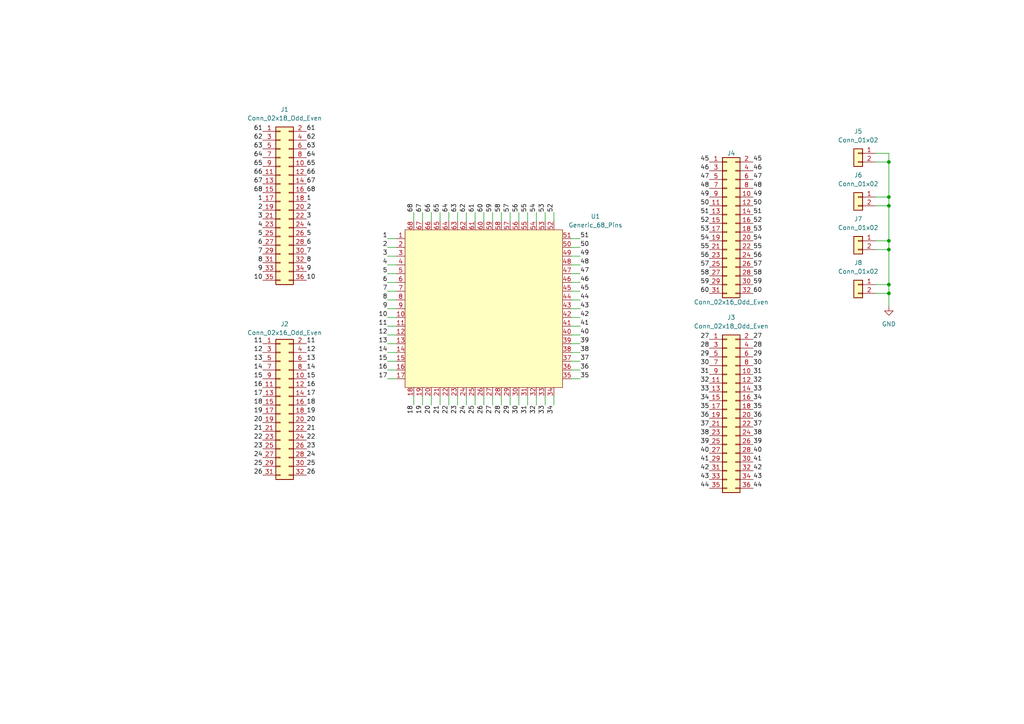
<source format=kicad_sch>
(kicad_sch (version 20230121) (generator eeschema)
  (paper "A4")
  (lib_symbols
    (symbol "Connector_Generic:Conn_01x02" (pin_names (offset 1.016) hide)
      (property "Reference" "J" (at 0 2.54 0))
      (property "Value" "Conn_01x02" (at 0 -5.08 0))
      (symbol "Conn_01x02_1_1"
        (rectangle (start -1.27 -2.413) (end 0 -2.667) (stroke (width 0.1524)))
        (rectangle (start -1.27 0.127) (end 0 -0.127) (stroke (width 0.1524)))
        (rectangle (start -1.27 1.27) (end 1.27 -3.81) (stroke (width 0.254)) (fill (type background)))
        (pin passive line (at -5.08 0 0) (length 3.81) (name "Pin_1") (number "1"))
        (pin passive line (at -5.08 -2.54 0) (length 3.81) (name "Pin_2") (number "2"))
      )
    )
    (symbol "Connector_Generic:Conn_02x16_Odd_Even" (pin_names (offset 1.016) hide)
      (property "Reference" "J" (at 1.27 20.32 0))
      (property "Value" "Conn_02x16_Odd_Even" (at 1.27 -22.86 0))
      (symbol "Conn_02x16_Odd_Even_1_1"
        (rectangle (start -1.27 -20.193) (end 0 -20.447) (stroke (width 0.1524)))
        (rectangle (start -1.27 -17.653) (end 0 -17.907) (stroke (width 0.1524)))
        (rectangle (start -1.27 -15.113) (end 0 -15.367) (stroke (width 0.1524)))
        (rectangle (start -1.27 -12.573) (end 0 -12.827) (stroke (width 0.1524)))
        (rectangle (start -1.27 -10.033) (end 0 -10.287) (stroke (width 0.1524)))
        (rectangle (start -1.27 -7.493) (end 0 -7.747) (stroke (width 0.1524)))
        (rectangle (start -1.27 -4.953) (end 0 -5.207) (stroke (width 0.1524)))
        (rectangle (start -1.27 -2.413) (end 0 -2.667) (stroke (width 0.1524)))
        (rectangle (start -1.27 0.127) (end 0 -0.127) (stroke (width 0.1524)))
        (rectangle (start -1.27 2.667) (end 0 2.413) (stroke (width 0.1524)))
        (rectangle (start -1.27 5.207) (end 0 4.953) (stroke (width 0.1524)))
        (rectangle (start -1.27 7.747) (end 0 7.493) (stroke (width 0.1524)))
        (rectangle (start -1.27 10.287) (end 0 10.033) (stroke (width 0.1524)))
        (rectangle (start -1.27 12.827) (end 0 12.573) (stroke (width 0.1524)))
        (rectangle (start -1.27 15.367) (end 0 15.113) (stroke (width 0.1524)))
        (rectangle (start -1.27 17.907) (end 0 17.653) (stroke (width 0.1524)))
        (rectangle (start -1.27 19.05) (end 3.81 -21.59) (stroke (width 0.254)) (fill (type background)))
        (rectangle (start 3.81 -20.193) (end 2.54 -20.447) (stroke (width 0.1524)))
        (rectangle (start 3.81 -17.653) (end 2.54 -17.907) (stroke (width 0.1524)))
        (rectangle (start 3.81 -15.113) (end 2.54 -15.367) (stroke (width 0.1524)))
        (rectangle (start 3.81 -12.573) (end 2.54 -12.827) (stroke (width 0.1524)))
        (rectangle (start 3.81 -10.033) (end 2.54 -10.287) (stroke (width 0.1524)))
        (rectangle (start 3.81 -7.493) (end 2.54 -7.747) (stroke (width 0.1524)))
        (rectangle (start 3.81 -4.953) (end 2.54 -5.207) (stroke (width 0.1524)))
        (rectangle (start 3.81 -2.413) (end 2.54 -2.667) (stroke (width 0.1524)))
        (rectangle (start 3.81 0.127) (end 2.54 -0.127) (stroke (width 0.1524)))
        (rectangle (start 3.81 2.667) (end 2.54 2.413) (stroke (width 0.1524)))
        (rectangle (start 3.81 5.207) (end 2.54 4.953) (stroke (width 0.1524)))
        (rectangle (start 3.81 7.747) (end 2.54 7.493) (stroke (width 0.1524)))
        (rectangle (start 3.81 10.287) (end 2.54 10.033) (stroke (width 0.1524)))
        (rectangle (start 3.81 12.827) (end 2.54 12.573) (stroke (width 0.1524)))
        (rectangle (start 3.81 15.367) (end 2.54 15.113) (stroke (width 0.1524)))
        (rectangle (start 3.81 17.907) (end 2.54 17.653) (stroke (width 0.1524)))
        (pin passive line (at -5.08 17.78 0) (length 3.81) (name "Pin_1") (number "1"))
        (pin passive line (at 7.62 7.62 180) (length 3.81) (name "Pin_10") (number "10"))
        (pin passive line (at -5.08 5.08 0) (length 3.81) (name "Pin_11") (number "11"))
        (pin passive line (at 7.62 5.08 180) (length 3.81) (name "Pin_12") (number "12"))
        (pin passive line (at -5.08 2.54 0) (length 3.81) (name "Pin_13") (number "13"))
        (pin passive line (at 7.62 2.54 180) (length 3.81) (name "Pin_14") (number "14"))
        (pin passive line (at -5.08 0 0) (length 3.81) (name "Pin_15") (number "15"))
        (pin passive line (at 7.62 0 180) (length 3.81) (name "Pin_16") (number "16"))
        (pin passive line (at -5.08 -2.54 0) (length 3.81) (name "Pin_17") (number "17"))
        (pin passive line (at 7.62 -2.54 180) (length 3.81) (name "Pin_18") (number "18"))
        (pin passive line (at -5.08 -5.08 0) (length 3.81) (name "Pin_19") (number "19"))
        (pin passive line (at 7.62 17.78 180) (length 3.81) (name "Pin_2") (number "2"))
        (pin passive line (at 7.62 -5.08 180) (length 3.81) (name "Pin_20") (number "20"))
        (pin passive line (at -5.08 -7.62 0) (length 3.81) (name "Pin_21") (number "21"))
        (pin passive line (at 7.62 -7.62 180) (length 3.81) (name "Pin_22") (number "22"))
        (pin passive line (at -5.08 -10.16 0) (length 3.81) (name "Pin_23") (number "23"))
        (pin passive line (at 7.62 -10.16 180) (length 3.81) (name "Pin_24") (number "24"))
        (pin passive line (at -5.08 -12.7 0) (length 3.81) (name "Pin_25") (number "25"))
        (pin passive line (at 7.62 -12.7 180) (length 3.81) (name "Pin_26") (number "26"))
        (pin passive line (at -5.08 -15.24 0) (length 3.81) (name "Pin_27") (number "27"))
        (pin passive line (at 7.62 -15.24 180) (length 3.81) (name "Pin_28") (number "28"))
        (pin passive line (at -5.08 -17.78 0) (length 3.81) (name "Pin_29") (number "29"))
        (pin passive line (at -5.08 15.24 0) (length 3.81) (name "Pin_3") (number "3"))
        (pin passive line (at 7.62 -17.78 180) (length 3.81) (name "Pin_30") (number "30"))
        (pin passive line (at -5.08 -20.32 0) (length 3.81) (name "Pin_31") (number "31"))
        (pin passive line (at 7.62 -20.32 180) (length 3.81) (name "Pin_32") (number "32"))
        (pin passive line (at 7.62 15.24 180) (length 3.81) (name "Pin_4") (number "4"))
        (pin passive line (at -5.08 12.7 0) (length 3.81) (name "Pin_5") (number "5"))
        (pin passive line (at 7.62 12.7 180) (length 3.81) (name "Pin_6") (number "6"))
        (pin passive line (at -5.08 10.16 0) (length 3.81) (name "Pin_7") (number "7"))
        (pin passive line (at 7.62 10.16 180) (length 3.81) (name "Pin_8") (number "8"))
        (pin passive line (at -5.08 7.62 0) (length 3.81) (name "Pin_9") (number "9"))
      )
    )
    (symbol "Connector_Generic:Conn_02x18_Odd_Even" (pin_names (offset 1.016) hide)
      (property "Reference" "J" (at 1.27 22.86 0))
      (property "Value" "Conn_02x18_Odd_Even" (at 1.27 -25.4 0))
      (symbol "Conn_02x18_Odd_Even_1_1"
        (rectangle (start -1.27 -22.733) (end 0 -22.987) (stroke (width 0.1524)))
        (rectangle (start -1.27 -20.193) (end 0 -20.447) (stroke (width 0.1524)))
        (rectangle (start -1.27 -17.653) (end 0 -17.907) (stroke (width 0.1524)))
        (rectangle (start -1.27 -15.113) (end 0 -15.367) (stroke (width 0.1524)))
        (rectangle (start -1.27 -12.573) (end 0 -12.827) (stroke (width 0.1524)))
        (rectangle (start -1.27 -10.033) (end 0 -10.287) (stroke (width 0.1524)))
        (rectangle (start -1.27 -7.493) (end 0 -7.747) (stroke (width 0.1524)))
        (rectangle (start -1.27 -4.953) (end 0 -5.207) (stroke (width 0.1524)))
        (rectangle (start -1.27 -2.413) (end 0 -2.667) (stroke (width 0.1524)))
        (rectangle (start -1.27 0.127) (end 0 -0.127) (stroke (width 0.1524)))
        (rectangle (start -1.27 2.667) (end 0 2.413) (stroke (width 0.1524)))
        (rectangle (start -1.27 5.207) (end 0 4.953) (stroke (width 0.1524)))
        (rectangle (start -1.27 7.747) (end 0 7.493) (stroke (width 0.1524)))
        (rectangle (start -1.27 10.287) (end 0 10.033) (stroke (width 0.1524)))
        (rectangle (start -1.27 12.827) (end 0 12.573) (stroke (width 0.1524)))
        (rectangle (start -1.27 15.367) (end 0 15.113) (stroke (width 0.1524)))
        (rectangle (start -1.27 17.907) (end 0 17.653) (stroke (width 0.1524)))
        (rectangle (start -1.27 20.447) (end 0 20.193) (stroke (width 0.1524)))
        (rectangle (start -1.27 21.59) (end 3.81 -24.13) (stroke (width 0.254)) (fill (type background)))
        (rectangle (start 3.81 -22.733) (end 2.54 -22.987) (stroke (width 0.1524)))
        (rectangle (start 3.81 -20.193) (end 2.54 -20.447) (stroke (width 0.1524)))
        (rectangle (start 3.81 -17.653) (end 2.54 -17.907) (stroke (width 0.1524)))
        (rectangle (start 3.81 -15.113) (end 2.54 -15.367) (stroke (width 0.1524)))
        (rectangle (start 3.81 -12.573) (end 2.54 -12.827) (stroke (width 0.1524)))
        (rectangle (start 3.81 -10.033) (end 2.54 -10.287) (stroke (width 0.1524)))
        (rectangle (start 3.81 -7.493) (end 2.54 -7.747) (stroke (width 0.1524)))
        (rectangle (start 3.81 -4.953) (end 2.54 -5.207) (stroke (width 0.1524)))
        (rectangle (start 3.81 -2.413) (end 2.54 -2.667) (stroke (width 0.1524)))
        (rectangle (start 3.81 0.127) (end 2.54 -0.127) (stroke (width 0.1524)))
        (rectangle (start 3.81 2.667) (end 2.54 2.413) (stroke (width 0.1524)))
        (rectangle (start 3.81 5.207) (end 2.54 4.953) (stroke (width 0.1524)))
        (rectangle (start 3.81 7.747) (end 2.54 7.493) (stroke (width 0.1524)))
        (rectangle (start 3.81 10.287) (end 2.54 10.033) (stroke (width 0.1524)))
        (rectangle (start 3.81 12.827) (end 2.54 12.573) (stroke (width 0.1524)))
        (rectangle (start 3.81 15.367) (end 2.54 15.113) (stroke (width 0.1524)))
        (rectangle (start 3.81 17.907) (end 2.54 17.653) (stroke (width 0.1524)))
        (rectangle (start 3.81 20.447) (end 2.54 20.193) (stroke (width 0.1524)))
        (pin passive line (at -5.08 20.32 0) (length 3.81) (name "Pin_1") (number "1"))
        (pin passive line (at 7.62 10.16 180) (length 3.81) (name "Pin_10") (number "10"))
        (pin passive line (at -5.08 7.62 0) (length 3.81) (name "Pin_11") (number "11"))
        (pin passive line (at 7.62 7.62 180) (length 3.81) (name "Pin_12") (number "12"))
        (pin passive line (at -5.08 5.08 0) (length 3.81) (name "Pin_13") (number "13"))
        (pin passive line (at 7.62 5.08 180) (length 3.81) (name "Pin_14") (number "14"))
        (pin passive line (at -5.08 2.54 0) (length 3.81) (name "Pin_15") (number "15"))
        (pin passive line (at 7.62 2.54 180) (length 3.81) (name "Pin_16") (number "16"))
        (pin passive line (at -5.08 0 0) (length 3.81) (name "Pin_17") (number "17"))
        (pin passive line (at 7.62 0 180) (length 3.81) (name "Pin_18") (number "18"))
        (pin passive line (at -5.08 -2.54 0) (length 3.81) (name "Pin_19") (number "19"))
        (pin passive line (at 7.62 20.32 180) (length 3.81) (name "Pin_2") (number "2"))
        (pin passive line (at 7.62 -2.54 180) (length 3.81) (name "Pin_20") (number "20"))
        (pin passive line (at -5.08 -5.08 0) (length 3.81) (name "Pin_21") (number "21"))
        (pin passive line (at 7.62 -5.08 180) (length 3.81) (name "Pin_22") (number "22"))
        (pin passive line (at -5.08 -7.62 0) (length 3.81) (name "Pin_23") (number "23"))
        (pin passive line (at 7.62 -7.62 180) (length 3.81) (name "Pin_24") (number "24"))
        (pin passive line (at -5.08 -10.16 0) (length 3.81) (name "Pin_25") (number "25"))
        (pin passive line (at 7.62 -10.16 180) (length 3.81) (name "Pin_26") (number "26"))
        (pin passive line (at -5.08 -12.7 0) (length 3.81) (name "Pin_27") (number "27"))
        (pin passive line (at 7.62 -12.7 180) (length 3.81) (name "Pin_28") (number "28"))
        (pin passive line (at -5.08 -15.24 0) (length 3.81) (name "Pin_29") (number "29"))
        (pin passive line (at -5.08 17.78 0) (length 3.81) (name "Pin_3") (number "3"))
        (pin passive line (at 7.62 -15.24 180) (length 3.81) (name "Pin_30") (number "30"))
        (pin passive line (at -5.08 -17.78 0) (length 3.81) (name "Pin_31") (number "31"))
        (pin passive line (at 7.62 -17.78 180) (length 3.81) (name "Pin_32") (number "32"))
        (pin passive line (at -5.08 -20.32 0) (length 3.81) (name "Pin_33") (number "33"))
        (pin passive line (at 7.62 -20.32 180) (length 3.81) (name "Pin_34") (number "34"))
        (pin passive line (at -5.08 -22.86 0) (length 3.81) (name "Pin_35") (number "35"))
        (pin passive line (at 7.62 -22.86 180) (length 3.81) (name "Pin_36") (number "36"))
        (pin passive line (at 7.62 17.78 180) (length 3.81) (name "Pin_4") (number "4"))
        (pin passive line (at -5.08 15.24 0) (length 3.81) (name "Pin_5") (number "5"))
        (pin passive line (at 7.62 15.24 180) (length 3.81) (name "Pin_6") (number "6"))
        (pin passive line (at -5.08 12.7 0) (length 3.81) (name "Pin_7") (number "7"))
        (pin passive line (at 7.62 12.7 180) (length 3.81) (name "Pin_8") (number "8"))
        (pin passive line (at -5.08 10.16 0) (length 3.81) (name "Pin_9") (number "9"))
      )
    )
    (symbol "MyLibrary2023:Generic_68_Pins" (pin_names hide)
      (property "Reference" "U" (at -3.81 -6.35 0))
      (property "Value" "Generic_68_Pins" (at -2.54 -2.54 0))
      (symbol "Generic_68_Pins_1_1"
        (rectangle (start -25.4 15.24) (end 20.32 -30.48) (fill (type background)))
        (pin bidirectional line (at -27.94 12.7 0) (length 2.54) (name "1") (number "1"))
        (pin bidirectional line (at -27.94 -10.16 0) (length 2.54) (name "10") (number "10"))
        (pin bidirectional line (at -27.94 -12.7 0) (length 2.54) (name "11") (number "11"))
        (pin bidirectional line (at -27.94 -15.24 0) (length 2.54) (name "12") (number "12"))
        (pin bidirectional line (at -27.94 -17.78 0) (length 2.54) (name "13") (number "13"))
        (pin bidirectional line (at -27.94 -20.32 0) (length 2.54) (name "14") (number "14"))
        (pin bidirectional line (at -27.94 -22.86 0) (length 2.54) (name "15") (number "15"))
        (pin bidirectional line (at -27.94 -25.4 0) (length 2.54) (name "16") (number "16"))
        (pin bidirectional line (at -27.94 -27.94 0) (length 2.54) (name "17") (number "17"))
        (pin bidirectional line (at -22.86 -33.02 90) (length 2.54) (name "18") (number "18"))
        (pin bidirectional line (at -20.32 -33.02 90) (length 2.54) (name "19") (number "19"))
        (pin bidirectional line (at -27.94 10.16 0) (length 2.54) (name "2") (number "2"))
        (pin bidirectional line (at -17.78 -33.02 90) (length 2.54) (name "20") (number "20"))
        (pin bidirectional line (at -15.24 -33.02 90) (length 2.54) (name "21") (number "21"))
        (pin bidirectional line (at -12.7 -33.02 90) (length 2.54) (name "22") (number "22"))
        (pin bidirectional line (at -10.16 -33.02 90) (length 2.54) (name "23") (number "23"))
        (pin bidirectional line (at -7.62 -33.02 90) (length 2.54) (name "24") (number "24"))
        (pin bidirectional line (at -5.08 -33.02 90) (length 2.54) (name "25") (number "25"))
        (pin bidirectional line (at -2.54 -33.02 90) (length 2.54) (name "26") (number "26"))
        (pin bidirectional line (at 0 -33.02 90) (length 2.54) (name "27") (number "27"))
        (pin bidirectional line (at 2.54 -33.02 90) (length 2.54) (name "28") (number "28"))
        (pin bidirectional line (at 5.08 -33.02 90) (length 2.54) (name "29") (number "29"))
        (pin bidirectional line (at -27.94 7.62 0) (length 2.54) (name "3") (number "3"))
        (pin bidirectional line (at 7.62 -33.02 90) (length 2.54) (name "30") (number "30"))
        (pin bidirectional line (at 10.16 -33.02 90) (length 2.54) (name "31") (number "31"))
        (pin bidirectional line (at 12.7 -33.02 90) (length 2.54) (name "32") (number "32"))
        (pin bidirectional line (at 15.24 -33.02 90) (length 2.54) (name "33") (number "33"))
        (pin bidirectional line (at 17.78 -33.02 90) (length 2.54) (name "34") (number "34"))
        (pin bidirectional line (at 22.86 -27.94 180) (length 2.54) (name "35") (number "35"))
        (pin bidirectional line (at 22.86 -25.4 180) (length 2.54) (name "36") (number "36"))
        (pin bidirectional line (at 22.86 -22.86 180) (length 2.54) (name "37") (number "37"))
        (pin bidirectional line (at 22.86 -20.32 180) (length 2.54) (name "38") (number "38"))
        (pin bidirectional line (at 22.86 -17.78 180) (length 2.54) (name "39") (number "39"))
        (pin bidirectional line (at -27.94 5.08 0) (length 2.54) (name "4") (number "4"))
        (pin bidirectional line (at 22.86 -15.24 180) (length 2.54) (name "40") (number "40"))
        (pin bidirectional line (at 22.86 -12.7 180) (length 2.54) (name "41") (number "41"))
        (pin bidirectional line (at 22.86 -10.16 180) (length 2.54) (name "42") (number "42"))
        (pin bidirectional line (at 22.86 -7.62 180) (length 2.54) (name "43") (number "43"))
        (pin bidirectional line (at 22.86 -5.08 180) (length 2.54) (name "44") (number "44"))
        (pin bidirectional line (at 22.86 -2.54 180) (length 2.54) (name "45") (number "45"))
        (pin bidirectional line (at 22.86 0 180) (length 2.54) (name "46") (number "46"))
        (pin bidirectional line (at 22.86 2.54 180) (length 2.54) (name "47") (number "47"))
        (pin bidirectional line (at 22.86 5.08 180) (length 2.54) (name "48") (number "48"))
        (pin bidirectional line (at 22.86 7.62 180) (length 2.54) (name "49") (number "49"))
        (pin bidirectional line (at -27.94 2.54 0) (length 2.54) (name "5") (number "5"))
        (pin bidirectional line (at 22.86 10.16 180) (length 2.54) (name "50") (number "50"))
        (pin bidirectional line (at 22.86 12.7 180) (length 2.54) (name "51") (number "51"))
        (pin bidirectional line (at 17.78 17.78 270) (length 2.54) (name "52") (number "52"))
        (pin bidirectional line (at 15.24 17.78 270) (length 2.54) (name "53") (number "53"))
        (pin bidirectional line (at 12.7 17.78 270) (length 2.54) (name "54") (number "54"))
        (pin bidirectional line (at 10.16 17.78 270) (length 2.54) (name "55") (number "55"))
        (pin bidirectional line (at 7.62 17.78 270) (length 2.54) (name "56") (number "56"))
        (pin bidirectional line (at 5.08 17.78 270) (length 2.54) (name "57") (number "57"))
        (pin bidirectional line (at 2.54 17.78 270) (length 2.54) (name "58") (number "58"))
        (pin bidirectional line (at 0 17.78 270) (length 2.54) (name "59") (number "59"))
        (pin bidirectional line (at -27.94 0 0) (length 2.54) (name "6") (number "6"))
        (pin bidirectional line (at -2.54 17.78 270) (length 2.54) (name "60") (number "60"))
        (pin bidirectional line (at -5.08 17.78 270) (length 2.54) (name "61") (number "61"))
        (pin bidirectional line (at -7.62 17.78 270) (length 2.54) (name "62") (number "62"))
        (pin bidirectional line (at -10.16 17.78 270) (length 2.54) (name "63") (number "63"))
        (pin bidirectional line (at -12.7 17.78 270) (length 2.54) (name "64") (number "64"))
        (pin bidirectional line (at -15.24 17.78 270) (length 2.54) (name "65") (number "65"))
        (pin bidirectional line (at -17.78 17.78 270) (length 2.54) (name "66") (number "66"))
        (pin bidirectional line (at -20.32 17.78 270) (length 2.54) (name "67") (number "67"))
        (pin bidirectional line (at -22.86 17.78 270) (length 2.54) (name "68") (number "68"))
        (pin bidirectional line (at -27.94 -2.54 0) (length 2.54) (name "7") (number "7"))
        (pin bidirectional line (at -27.94 -5.08 0) (length 2.54) (name "8") (number "8"))
        (pin bidirectional line (at -27.94 -7.62 0) (length 2.54) (name "9") (number "9"))
      )
    )
    (symbol "power:GND" (power) (pin_names (offset 0))
      (property "Value" "GND" (at 0 -3.81 0))
      (symbol "GND_0_1"
        (polyline (pts (xy 0 0) (xy 0 -1.27) (xy 1.27 -1.27) (xy 0 -2.54) (xy -1.27 -1.27) (xy 0 -1.27)))
      )
      (symbol "GND_1_1"
        (pin power_in line (at 0 0 270) (length 0) hide (name "GND") (number "1"))
      )
    )
  )
  (junction (at 257.81 59.69))
  (junction (at 257.81 69.85))
  (junction (at 257.81 46.99))
  (junction (at 257.81 85.09))
  (junction (at 257.81 57.15))
  (junction (at 257.81 72.39))
  (junction (at 257.81 82.55))
  (wire (pts (xy 165.735 104.775) (xy 168.275 104.775)))
  (wire (pts (xy 165.735 102.235) (xy 168.275 102.235)))
  (wire (pts (xy 112.395 104.775) (xy 114.935 104.775)))
  (wire (pts (xy 257.81 72.39) (xy 257.81 82.55)))
  (wire (pts (xy 165.735 89.535) (xy 168.275 89.535)))
  (wire (pts (xy 125.095 64.135) (xy 125.095 61.595)))
  (wire (pts (xy 135.255 117.475) (xy 135.255 114.935)))
  (wire (pts (xy 150.495 117.475) (xy 150.495 114.935)))
  (wire (pts (xy 112.395 97.155) (xy 114.935 97.155)))
  (wire (pts (xy 158.115 114.935) (xy 158.115 117.475)))
  (wire (pts (xy 112.395 99.695) (xy 114.935 99.695)))
  (wire (pts (xy 122.555 64.135) (xy 122.555 61.595)))
  (wire (pts (xy 165.735 107.315) (xy 168.275 107.315)))
  (wire (pts (xy 130.175 117.475) (xy 130.175 114.935)))
  (wire (pts (xy 254 57.15) (xy 257.81 57.15)))
  (wire (pts (xy 165.735 97.155) (xy 168.275 97.155)))
  (wire (pts (xy 127.635 117.475) (xy 127.635 114.935)))
  (wire (pts (xy 112.395 86.995) (xy 114.935 86.995)))
  (wire (pts (xy 122.555 117.475) (xy 122.555 114.935)))
  (wire (pts (xy 165.735 71.755) (xy 168.275 71.755)))
  (wire (pts (xy 257.81 69.85) (xy 257.81 72.39)))
  (wire (pts (xy 254 44.45) (xy 257.81 44.45)))
  (wire (pts (xy 153.035 64.135) (xy 153.035 61.595)))
  (wire (pts (xy 135.255 64.135) (xy 135.255 61.595)))
  (wire (pts (xy 153.035 114.935) (xy 153.035 117.475)))
  (wire (pts (xy 112.395 92.075) (xy 114.935 92.075)))
  (wire (pts (xy 112.395 76.835) (xy 114.935 76.835)))
  (wire (pts (xy 147.955 64.135) (xy 147.955 61.595)))
  (wire (pts (xy 257.81 44.45) (xy 257.81 46.99)))
  (wire (pts (xy 145.415 64.135) (xy 145.415 61.595)))
  (wire (pts (xy 160.655 64.135) (xy 160.655 61.595)))
  (wire (pts (xy 112.395 102.235) (xy 114.935 102.235)))
  (wire (pts (xy 158.115 64.135) (xy 158.115 61.595)))
  (wire (pts (xy 254 46.99) (xy 257.81 46.99)))
  (wire (pts (xy 112.395 79.375) (xy 114.935 79.375)))
  (wire (pts (xy 254 72.39) (xy 257.81 72.39)))
  (wire (pts (xy 145.415 117.475) (xy 145.415 114.935)))
  (wire (pts (xy 257.81 59.69) (xy 257.81 69.85)))
  (wire (pts (xy 165.735 74.295) (xy 168.275 74.295)))
  (wire (pts (xy 112.395 107.315) (xy 114.935 107.315)))
  (wire (pts (xy 132.715 64.135) (xy 132.715 61.595)))
  (wire (pts (xy 132.715 117.475) (xy 132.715 114.935)))
  (wire (pts (xy 127.635 64.135) (xy 127.635 61.595)))
  (wire (pts (xy 120.015 117.475) (xy 120.015 114.935)))
  (wire (pts (xy 254 59.69) (xy 257.81 59.69)))
  (wire (pts (xy 112.395 109.855) (xy 114.935 109.855)))
  (wire (pts (xy 254 82.55) (xy 257.81 82.55)))
  (wire (pts (xy 257.81 82.55) (xy 257.81 85.09)))
  (wire (pts (xy 112.395 69.215) (xy 114.935 69.215)))
  (wire (pts (xy 165.735 94.615) (xy 168.275 94.615)))
  (wire (pts (xy 165.735 86.995) (xy 168.275 86.995)))
  (wire (pts (xy 112.395 94.615) (xy 114.935 94.615)))
  (wire (pts (xy 142.875 64.135) (xy 142.875 61.595)))
  (wire (pts (xy 140.335 117.475) (xy 140.335 114.935)))
  (wire (pts (xy 257.81 46.99) (xy 257.81 57.15)))
  (wire (pts (xy 112.395 81.915) (xy 114.935 81.915)))
  (wire (pts (xy 137.795 117.475) (xy 137.795 114.935)))
  (wire (pts (xy 140.335 64.135) (xy 140.335 61.595)))
  (wire (pts (xy 112.395 89.535) (xy 114.935 89.535)))
  (wire (pts (xy 155.575 114.935) (xy 155.575 117.475)))
  (wire (pts (xy 257.81 85.09) (xy 257.81 88.9)))
  (wire (pts (xy 130.175 64.135) (xy 130.175 61.595)))
  (wire (pts (xy 112.395 71.755) (xy 114.935 71.755)))
  (wire (pts (xy 165.735 109.855) (xy 168.275 109.855)))
  (wire (pts (xy 120.015 64.135) (xy 120.015 61.595)))
  (wire (pts (xy 160.655 114.935) (xy 160.655 117.475)))
  (wire (pts (xy 165.735 81.915) (xy 168.275 81.915)))
  (wire (pts (xy 165.735 69.215) (xy 168.275 69.215)))
  (wire (pts (xy 150.495 64.135) (xy 150.495 61.595)))
  (wire (pts (xy 254 69.85) (xy 257.81 69.85)))
  (wire (pts (xy 165.735 84.455) (xy 168.275 84.455)))
  (wire (pts (xy 137.795 64.135) (xy 137.795 61.595)))
  (wire (pts (xy 142.875 117.475) (xy 142.875 114.935)))
  (wire (pts (xy 125.095 117.475) (xy 125.095 114.935)))
  (wire (pts (xy 257.81 57.15) (xy 257.81 59.69)))
  (wire (pts (xy 254 85.09) (xy 257.81 85.09)))
  (wire (pts (xy 165.735 79.375) (xy 168.275 79.375)))
  (wire (pts (xy 147.955 117.475) (xy 147.955 114.935)))
  (wire (pts (xy 112.395 84.455) (xy 114.935 84.455)))
  (wire (pts (xy 112.395 74.295) (xy 114.935 74.295)))
  (wire (pts (xy 155.575 64.135) (xy 155.575 61.595)))
  (wire (pts (xy 165.735 76.835) (xy 168.275 76.835)))
  (wire (pts (xy 165.735 92.075) (xy 168.275 92.075)))
  (wire (pts (xy 165.735 99.695) (xy 168.275 99.695)))
  (label "30" (at 150.495 117.475 270))
  (label "57" (at 218.44 77.47 0))
  (label "53" (at 158.115 61.595 90))
  (label "27" (at 142.875 117.475 270))
  (label "12" (at 88.9 102.235 0))
  (label "68" (at 76.2 55.88 180))
  (label "13" (at 76.2 104.775 180))
  (label "58" (at 218.44 80.01 0))
  (label "16" (at 112.395 107.315 180))
  (label "53" (at 205.74 67.31 180))
  (label "32" (at 155.575 117.475 270))
  (label "66" (at 76.2 50.8 180))
  (label "31" (at 218.44 108.585 0))
  (label "42" (at 168.275 92.075 0))
  (label "61" (at 76.2 38.1 180))
  (label "30" (at 218.44 106.045 0))
  (label "55" (at 205.74 72.39 180))
  (label "33" (at 205.74 113.665 180))
  (label "9" (at 112.395 89.535 180))
  (label "22" (at 88.9 127.635 0))
  (label "15" (at 88.9 109.855 0))
  (label "28" (at 145.415 117.475 270))
  (label "30" (at 205.74 106.045 180))
  (label "25" (at 137.795 117.475 270))
  (label "24" (at 88.9 132.715 0))
  (label "43" (at 205.74 139.065 180))
  (label "19" (at 88.9 120.015 0))
  (label "35" (at 205.74 118.745 180))
  (label "4" (at 112.395 76.835 180))
  (label "60" (at 140.335 61.595 90))
  (label "10" (at 88.9 81.28 0))
  (label "4" (at 76.2 66.04 180))
  (label "9" (at 88.9 78.74 0))
  (label "59" (at 205.74 82.55 180))
  (label "50" (at 205.74 59.69 180))
  (label "26" (at 76.2 137.795 180))
  (label "51" (at 218.44 62.23 0))
  (label "67" (at 76.2 53.34 180))
  (label "35" (at 168.275 109.855 0))
  (label "33" (at 218.44 113.665 0))
  (label "12" (at 76.2 102.235 180))
  (label "38" (at 168.275 102.235 0))
  (label "20" (at 125.095 117.475 270))
  (label "62" (at 88.9 40.64 0))
  (label "42" (at 218.44 136.525 0))
  (label "44" (at 205.74 141.605 180))
  (label "60" (at 205.74 85.09 180))
  (label "36" (at 218.44 121.285 0))
  (label "50" (at 218.44 59.69 0))
  (label "37" (at 205.74 123.825 180))
  (label "11" (at 112.395 94.615 180))
  (label "18" (at 76.2 117.475 180))
  (label "16" (at 76.2 112.395 180))
  (label "54" (at 155.575 61.595 90))
  (label "24" (at 76.2 132.715 180))
  (label "8" (at 112.395 86.995 180))
  (label "65" (at 127.635 61.595 90))
  (label "34" (at 160.655 117.475 270))
  (label "10" (at 112.395 92.075 180))
  (label "25" (at 88.9 135.255 0))
  (label "19" (at 76.2 120.015 180))
  (label "14" (at 76.2 107.315 180))
  (label "33" (at 158.115 117.475 270))
  (label "9" (at 76.2 78.74 180))
  (label "52" (at 160.655 61.595 90))
  (label "44" (at 168.275 86.995 0))
  (label "40" (at 218.44 131.445 0))
  (label "55" (at 153.035 61.595 90))
  (label "7" (at 76.2 73.66 180))
  (label "15" (at 76.2 109.855 180))
  (label "59" (at 142.875 61.595 90))
  (label "29" (at 147.955 117.475 270))
  (label "29" (at 205.74 103.505 180))
  (label "1" (at 112.395 69.215 180))
  (label "5" (at 112.395 79.375 180))
  (label "23" (at 76.2 130.175 180))
  (label "61" (at 88.9 38.1 0))
  (label "25" (at 76.2 135.255 180))
  (label "41" (at 218.44 133.985 0))
  (label "7" (at 112.395 84.455 180))
  (label "44" (at 218.44 141.605 0))
  (label "11" (at 88.9 99.695 0))
  (label "47" (at 218.44 52.07 0))
  (label "38" (at 205.74 126.365 180))
  (label "63" (at 76.2 43.18 180))
  (label "34" (at 205.74 116.205 180))
  (label "37" (at 168.275 104.775 0))
  (label "56" (at 150.495 61.595 90))
  (label "6" (at 76.2 71.12 180))
  (label "48" (at 205.74 54.61 180))
  (label "27" (at 218.44 98.425 0))
  (label "39" (at 205.74 128.905 180))
  (label "16" (at 88.9 112.395 0))
  (label "4" (at 88.9 66.04 0))
  (label "52" (at 218.44 64.77 0))
  (label "40" (at 205.74 131.445 180))
  (label "55" (at 218.44 72.39 0))
  (label "46" (at 168.275 81.915 0))
  (label "13" (at 88.9 104.775 0))
  (label "59" (at 218.44 82.55 0))
  (label "49" (at 218.44 57.15 0))
  (label "65" (at 76.2 48.26 180))
  (label "38" (at 218.44 126.365 0))
  (label "20" (at 88.9 122.555 0))
  (label "5" (at 88.9 68.58 0))
  (label "21" (at 88.9 125.095 0))
  (label "17" (at 112.395 109.855 180))
  (label "3" (at 76.2 63.5 180))
  (label "7" (at 88.9 73.66 0))
  (label "23" (at 132.715 117.475 270))
  (label "47" (at 168.275 79.375 0))
  (label "49" (at 205.74 57.15 180))
  (label "15" (at 112.395 104.775 180))
  (label "14" (at 112.395 102.235 180))
  (label "57" (at 147.955 61.595 90))
  (label "67" (at 88.9 53.34 0))
  (label "48" (at 168.275 76.835 0))
  (label "6" (at 112.395 81.915 180))
  (label "20" (at 76.2 122.555 180))
  (label "56" (at 218.44 74.93 0))
  (label "64" (at 76.2 45.72 180))
  (label "46" (at 218.44 49.53 0))
  (label "11" (at 76.2 99.695 180))
  (label "5" (at 76.2 68.58 180))
  (label "37" (at 218.44 123.825 0))
  (label "32" (at 205.74 111.125 180))
  (label "8" (at 88.9 76.2 0))
  (label "26" (at 88.9 137.795 0))
  (label "68" (at 120.015 61.595 90))
  (label "54" (at 205.74 69.85 180))
  (label "8" (at 76.2 76.2 180))
  (label "31" (at 205.74 108.585 180))
  (label "64" (at 130.175 61.595 90))
  (label "35" (at 218.44 118.745 0))
  (label "24" (at 135.255 117.475 270))
  (label "14" (at 88.9 107.315 0))
  (label "2" (at 76.2 60.96 180))
  (label "21" (at 76.2 125.095 180))
  (label "63" (at 88.9 43.18 0))
  (label "28" (at 205.74 100.965 180))
  (label "54" (at 218.44 69.85 0))
  (label "1" (at 88.9 58.42 0))
  (label "36" (at 205.74 121.285 180))
  (label "56" (at 205.74 74.93 180))
  (label "42" (at 205.74 136.525 180))
  (label "27" (at 205.74 98.425 180))
  (label "61" (at 137.795 61.595 90))
  (label "60" (at 218.44 85.09 0))
  (label "31" (at 153.035 117.475 270))
  (label "57" (at 205.74 77.47 180))
  (label "36" (at 168.275 107.315 0))
  (label "45" (at 205.74 46.99 180))
  (label "40" (at 168.275 97.155 0))
  (label "67" (at 122.555 61.595 90))
  (label "23" (at 88.9 130.175 0))
  (label "58" (at 205.74 80.01 180))
  (label "52" (at 205.74 64.77 180))
  (label "18" (at 120.015 117.475 270))
  (label "2" (at 112.395 71.755 180))
  (label "34" (at 218.44 116.205 0))
  (label "10" (at 76.2 81.28 180))
  (label "19" (at 122.555 117.475 270))
  (label "29" (at 218.44 103.505 0))
  (label "32" (at 218.44 111.125 0))
  (label "18" (at 88.9 117.475 0))
  (label "64" (at 88.9 45.72 0))
  (label "63" (at 132.715 61.595 90))
  (label "51" (at 168.275 69.215 0))
  (label "3" (at 112.395 74.295 180))
  (label "3" (at 88.9 63.5 0))
  (label "62" (at 135.255 61.595 90))
  (label "66" (at 88.9 50.8 0))
  (label "17" (at 76.2 114.935 180))
  (label "6" (at 88.9 71.12 0))
  (label "39" (at 218.44 128.905 0))
  (label "48" (at 218.44 54.61 0))
  (label "22" (at 130.175 117.475 270))
  (label "65" (at 88.9 48.26 0))
  (label "43" (at 218.44 139.065 0))
  (label "43" (at 168.275 89.535 0))
  (label "49" (at 168.275 74.295 0))
  (label "46" (at 205.74 49.53 180))
  (label "41" (at 168.275 94.615 0))
  (label "17" (at 88.9 114.935 0))
  (label "51" (at 205.74 62.23 180))
  (label "22" (at 76.2 127.635 180))
  (label "68" (at 88.9 55.88 0))
  (label "12" (at 112.395 97.155 180))
  (label "58" (at 145.415 61.595 90))
  (label "39" (at 168.275 99.695 0))
  (label "28" (at 218.44 100.965 0))
  (label "26" (at 140.335 117.475 270))
  (label "21" (at 127.635 117.475 270))
  (label "45" (at 218.44 46.99 0))
  (label "41" (at 205.74 133.985 180))
  (label "45" (at 168.275 84.455 0))
  (label "53" (at 218.44 67.31 0))
  (label "13" (at 112.395 99.695 180))
  (label "1" (at 76.2 58.42 180))
  (label "66" (at 125.095 61.595 90))
  (label "47" (at 205.74 52.07 180))
  (label "2" (at 88.9 60.96 0))
  (label "62" (at 76.2 40.64 180))
  (label "50" (at 168.275 71.755 0))
  (symbol (lib_id "Connector_Generic:Conn_02x18_Odd_Even") (at 81.28 58.42 0) (unit 1)
    (property "Reference" "J1" (at 82.55 31.75 0))
    (property "Value" "Conn_02x18_Odd_Even" (at 82.55 34.29 0))
    (property "Footprint" "Connector_PinSocket_2.54mm:PinSocket_2x18_P2.54mm_Vertical" (effects hide))
  )
  (symbol (lib_id "Connector_Generic:Conn_02x16_Odd_Even") (at 210.82 64.77 0) (unit 1)
    (property "Reference" "J4" (at 212.09 44.45 0))
    (property "Value" "Conn_02x16_Odd_Even" (at 212.09 87.63 0))
    (property "Footprint" "Connector_PinSocket_2.54mm:PinSocket_2x16_P2.54mm_Vertical" (effects hide))
  )
  (symbol (lib_id "Connector_Generic:Conn_01x02") (at 248.92 57.15 0) (mirror y) (unit 1)
    (property "Reference" "J6" (at 248.92 50.8 0))
    (property "Value" "Conn_01x02" (at 248.92 53.34 0))
    (property "Footprint" "Connector_PinHeader_2.54mm:PinHeader_1x02_P2.54mm_Vertical" (effects hide))
  )
  (symbol (lib_id "Connector_Generic:Conn_02x16_Odd_Even") (at 81.28 117.475 0) (unit 1)
    (property "Reference" "J2" (at 82.55 93.98 0))
    (property "Value" "Conn_02x16_Odd_Even" (at 82.55 96.52 0))
    (property "Footprint" "Connector_PinSocket_2.54mm:PinSocket_2x16_P2.54mm_Vertical" (effects hide))
  )
  (symbol (lib_id "power:GND") (at 257.81 88.9 0) (unit 1)
    (property "Reference" "#PWR01" (effects hide))
    (property "Value" "GND" (at 257.81 93.98 0))
  )
  (symbol (lib_id "Connector_Generic:Conn_01x02") (at 248.92 44.45 0) (mirror y) (unit 1)
    (property "Reference" "J5" (at 248.92 38.1 0))
    (property "Value" "Conn_01x02" (at 248.92 40.64 0))
    (property "Footprint" "Connector_PinHeader_2.54mm:PinHeader_1x02_P2.54mm_Vertical" (effects hide))
  )
  (symbol (lib_id "Connector_Generic:Conn_02x18_Odd_Even") (at 210.82 118.745 0) (unit 1)
    (property "Reference" "J3" (at 212.09 92.075 0))
    (property "Value" "Conn_02x18_Odd_Even" (at 212.09 94.615 0))
    (property "Footprint" "Connector_PinSocket_2.54mm:PinSocket_2x18_P2.54mm_Vertical" (effects hide))
  )
  (symbol (lib_id "MyLibrary2023:Generic_68_Pins") (at 142.875 81.915 0) (unit 1)
    (property "Reference" "U1" (at 172.72 62.7633 0))
    (property "Value" "Generic_68_Pins" (at 172.72 65.3033 0))
    (property "Footprint" "Package_LCC:PLCC-68_THT-Socket" (effects hide))
  )
  (symbol (lib_id "Connector_Generic:Conn_01x02") (at 248.92 82.55 0) (mirror y) (unit 1)
    (property "Reference" "J8" (at 248.92 76.2 0))
    (property "Value" "Conn_01x02" (at 248.92 78.74 0))
    (property "Footprint" "Connector_PinHeader_2.54mm:PinHeader_1x02_P2.54mm_Vertical" (effects hide))
  )
  (symbol (lib_id "Connector_Generic:Conn_01x02") (at 248.92 69.85 0) (mirror y) (unit 1)
    (property "Reference" "J7" (at 248.92 63.5 0))
    (property "Value" "Conn_01x02" (at 248.92 66.04 0))
    (property "Footprint" "Connector_PinHeader_2.54mm:PinHeader_1x02_P2.54mm_Vertical" (effects hide))
  )
)
</source>
